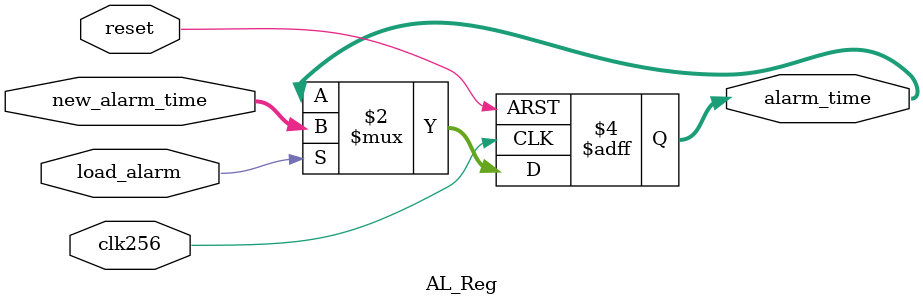
<source format=v>

`timescale 1 ns / 10 ps

module AL_Reg
    ( input wire clk256,
      input wire reset,
      input wire [15:0] new_alarm_time,
      input wire load_alarm,
      output reg [15:0] alarm_time );

    always @(posedge clk256, posedge reset )
    begin
        if( reset ) 
        begin
            alarm_time <= 0;
        end
        else if( load_alarm )
        begin
            alarm_time <= new_alarm_time;
        end
    end

endmodule



</source>
